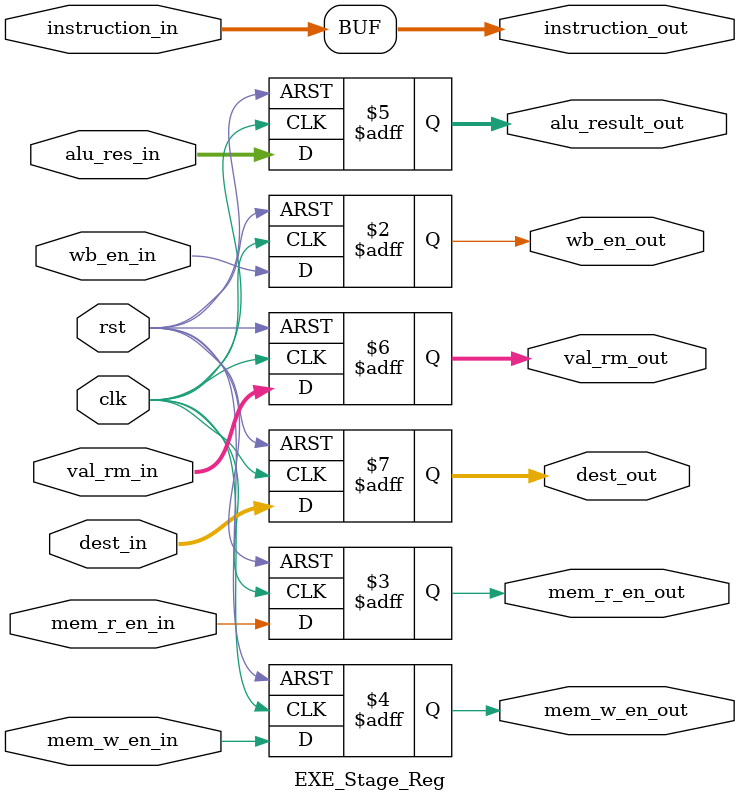
<source format=v>

module EXE_Stage_Reg(clk, rst, wb_en_in, mem_r_en_in, mem_w_en_in, alu_res_in,
  		dest_in, val_rm_in, wb_en_out, mem_r_en_out, mem_w_en_out, alu_result_out, val_rm_out, dest_out, instruction_in, instruction_out);

  input clk, rst ,wb_en_in, mem_r_en_in, mem_w_en_in;
  input [31:0] alu_res_in, val_rm_in, instruction_in;
  input [3:0] dest_in;
  output reg wb_en_out, mem_r_en_out, mem_w_en_out;
  output reg [31:0] alu_result_out, val_rm_out;
  output [31:0]instruction_out;
  output reg [3:0] dest_out;

	assign instruction_out = instruction_in;

  always @ (posedge clk, posedge rst) begin
    if (rst) begin      
	val_rm_out <= 32'b00000000000000000000000000000000;
	alu_result_out <= 32'b00000000000000000000000000000000;
	dest_out <= 4'b0000;
	wb_en_out <= 1'b0;
	mem_w_en_out <= 1'b0; 
	mem_r_en_out <= 1'b0;
    end else begin
	val_rm_out <= val_rm_in; 
	wb_en_out <= wb_en_in;
	dest_out <= dest_in;
	mem_r_en_out <= mem_r_en_in;
	mem_w_en_out <= mem_w_en_in;
	alu_result_out <= alu_res_in;
    end
  end
  
endmodule

</source>
